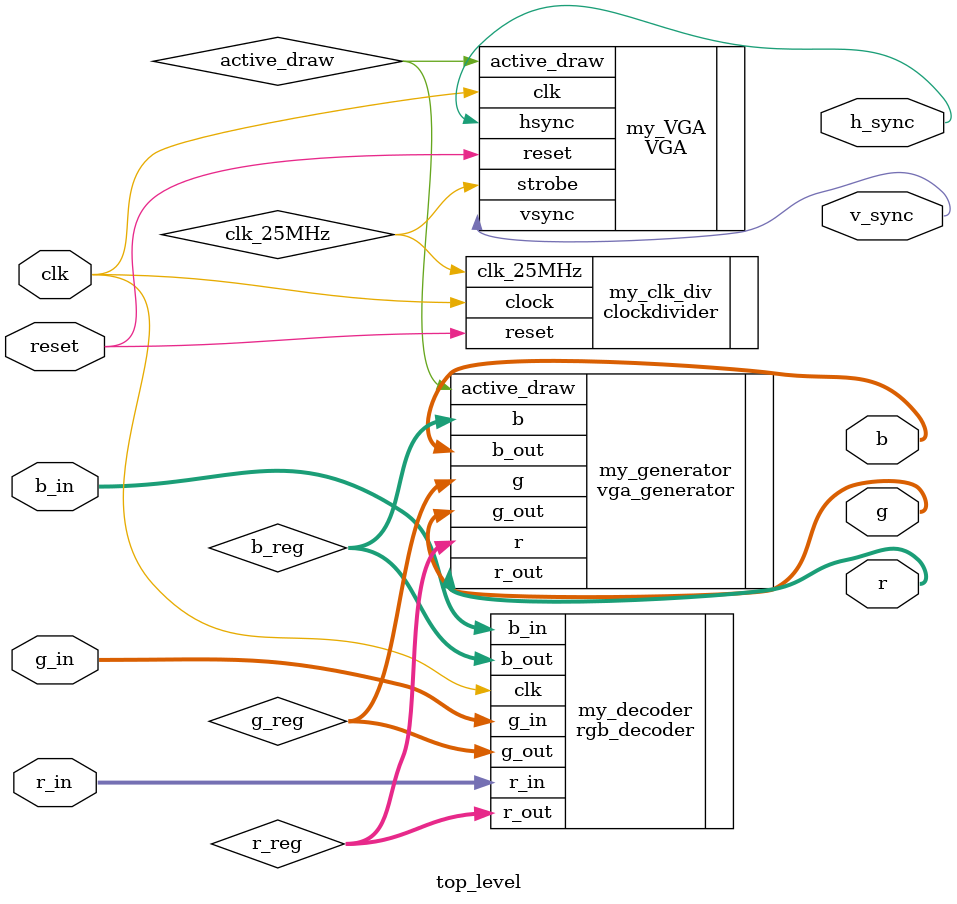
<source format=sv>
module top_level(input logic clk,
					  input logic [1:0] r_in,
					  input logic [1:0] g_in,
					  input logic [1:0] b_in,
					  input logic reset,
					  output logic v_sync,
					  output logic h_sync,
					  output logic [3:0] r,
					  output logic [3:0] g,
					  output logic [3:0] b);

wire clk_25MHz, active_draw;
reg [3:0] r_reg;
reg [3:0] g_reg;
reg [3:0] b_reg;
					  
clockdivider my_clk_div (
	.clock (clk),
	.reset (reset),
	.clk_25MHz (clk_25MHz));
	
VGA my_VGA (
	.clk (clk),
	.strobe (clk_25MHz),
	.reset (reset),
	.hsync (h_sync),
	.vsync (v_sync),
	.active_draw (active_draw));

rgb_decoder my_decoder (
	.clk (clk),
	.r_in (r_in),
	.g_in (g_in),
	.b_in (b_in),
	.r_out (r_reg),
	.g_out (g_reg),
	.b_out (b_reg));
	
vga_generator my_generator (
	.active_draw (active_draw),
	.r (r_reg),
	.g (g_reg),
	.b (b_reg),
	.r_out (r),
	.g_out (g),
	.b_out (b));
endmodule
</source>
